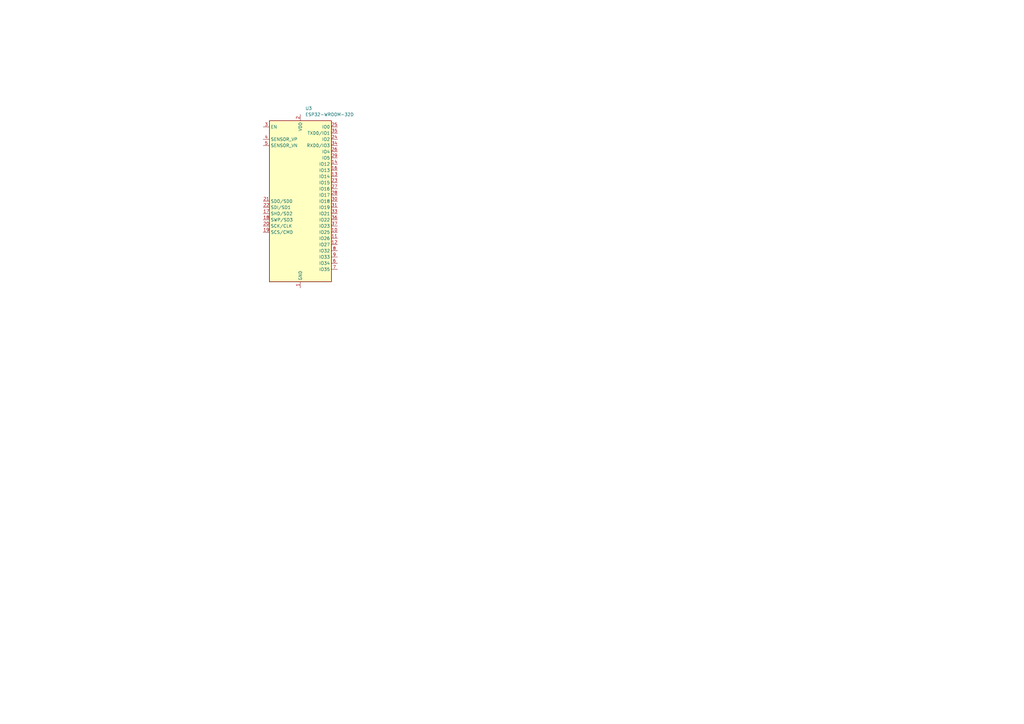
<source format=kicad_sch>
(kicad_sch (version 20211123) (generator eeschema)
  (paper "A3")
  (lib_symbols
    (symbol "RF_Module:ESP32-WROOM-32D"
      (property "Reference" "U" (at -12.7 34.29 0))
      (property "Value" "ESP32-WROOM-32D" (at 1.27 34.29 0))
      (symbol "ESP32-WROOM-32D_0_1"
        (rectangle (start -12.7 33.02) (end 12.7 -33.02) (stroke (width 0.254)) (fill (type background)))
      )
      (symbol "ESP32-WROOM-32D_1_1"
        (pin power_in line (at 0 -35.56 90) (length 2.54) (name "GND") (number "1"))
        (pin bidirectional line (at 15.24 -12.7 180) (length 2.54) (name "IO25") (number "10"))
        (pin bidirectional line (at 15.24 -15.24 180) (length 2.54) (name "IO26") (number "11"))
        (pin bidirectional line (at 15.24 -17.78 180) (length 2.54) (name "IO27") (number "12"))
        (pin bidirectional line (at 15.24 10.16 180) (length 2.54) (name "IO14") (number "13"))
        (pin bidirectional line (at 15.24 15.24 180) (length 2.54) (name "IO12") (number "14"))
        (pin passive line (at 0 -35.56 90) (length 2.54) hide (name "GND") (number "15"))
        (pin bidirectional line (at 15.24 12.7 180) (length 2.54) (name "IO13") (number "16"))
        (pin bidirectional line (at -15.24 -5.08 0) (length 2.54) (name "SHD/SD2") (number "17"))
        (pin bidirectional line (at -15.24 -7.62 0) (length 2.54) (name "SWP/SD3") (number "18"))
        (pin bidirectional line (at -15.24 -12.7 0) (length 2.54) (name "SCS/CMD") (number "19"))
        (pin power_in line (at 0 35.56 270) (length 2.54) (name "VDD") (number "2"))
        (pin bidirectional line (at -15.24 -10.16 0) (length 2.54) (name "SCK/CLK") (number "20"))
        (pin bidirectional line (at -15.24 0 0) (length 2.54) (name "SDO/SD0") (number "21"))
        (pin bidirectional line (at -15.24 -2.54 0) (length 2.54) (name "SDI/SD1") (number "22"))
        (pin bidirectional line (at 15.24 7.62 180) (length 2.54) (name "IO15") (number "23"))
        (pin bidirectional line (at 15.24 25.4 180) (length 2.54) (name "IO2") (number "24"))
        (pin bidirectional line (at 15.24 30.48 180) (length 2.54) (name "IO0") (number "25"))
        (pin bidirectional line (at 15.24 20.32 180) (length 2.54) (name "IO4") (number "26"))
        (pin bidirectional line (at 15.24 5.08 180) (length 2.54) (name "IO16") (number "27"))
        (pin bidirectional line (at 15.24 2.54 180) (length 2.54) (name "IO17") (number "28"))
        (pin bidirectional line (at 15.24 17.78 180) (length 2.54) (name "IO5") (number "29"))
        (pin input line (at -15.24 30.48 0) (length 2.54) (name "EN") (number "3"))
        (pin bidirectional line (at 15.24 0 180) (length 2.54) (name "IO18") (number "30"))
        (pin bidirectional line (at 15.24 -2.54 180) (length 2.54) (name "IO19") (number "31"))
        (pin no_connect line (at -12.7 -27.94 0) (length 2.54) hide (name "NC") (number "32"))
        (pin bidirectional line (at 15.24 -5.08 180) (length 2.54) (name "IO21") (number "33"))
        (pin bidirectional line (at 15.24 22.86 180) (length 2.54) (name "RXD0/IO3") (number "34"))
        (pin bidirectional line (at 15.24 27.94 180) (length 2.54) (name "TXD0/IO1") (number "35"))
        (pin bidirectional line (at 15.24 -7.62 180) (length 2.54) (name "IO22") (number "36"))
        (pin bidirectional line (at 15.24 -10.16 180) (length 2.54) (name "IO23") (number "37"))
        (pin passive line (at 0 -35.56 90) (length 2.54) hide (name "GND") (number "38"))
        (pin passive line (at 0 -35.56 90) (length 2.54) hide (name "GND") (number "39"))
        (pin input line (at -15.24 25.4 0) (length 2.54) (name "SENSOR_VP") (number "4"))
        (pin input line (at -15.24 22.86 0) (length 2.54) (name "SENSOR_VN") (number "5"))
        (pin input line (at 15.24 -25.4 180) (length 2.54) (name "IO34") (number "6"))
        (pin input line (at 15.24 -27.94 180) (length 2.54) (name "IO35") (number "7"))
        (pin bidirectional line (at 15.24 -20.32 180) (length 2.54) (name "IO32") (number "8"))
        (pin bidirectional line (at 15.24 -22.86 180) (length 2.54) (name "IO33") (number "9"))
      )
    )
  )
  (symbol (lib_id "RF_Module:ESP32-WROOM-32D") (at 123.19 82.55 0) (unit 1)
    (property "Reference" "U3" (at 125.2094 44.45 0) (effects (justify left)))
    (property "Value" "ESP32-WROOM-32D" (at 125.2094 46.99 0) (effects (justify left)))
    (property "Footprint" "RF_Module:ESP32-WROOM-32" (effects hide))
    (property "Datasheet" "https://www.espressif.com/sites/default/files/documentation/esp32-wroom-32d_esp32-wroom-32u_datasheet_en.pdf" (effects hide))
  )
)
</source>
